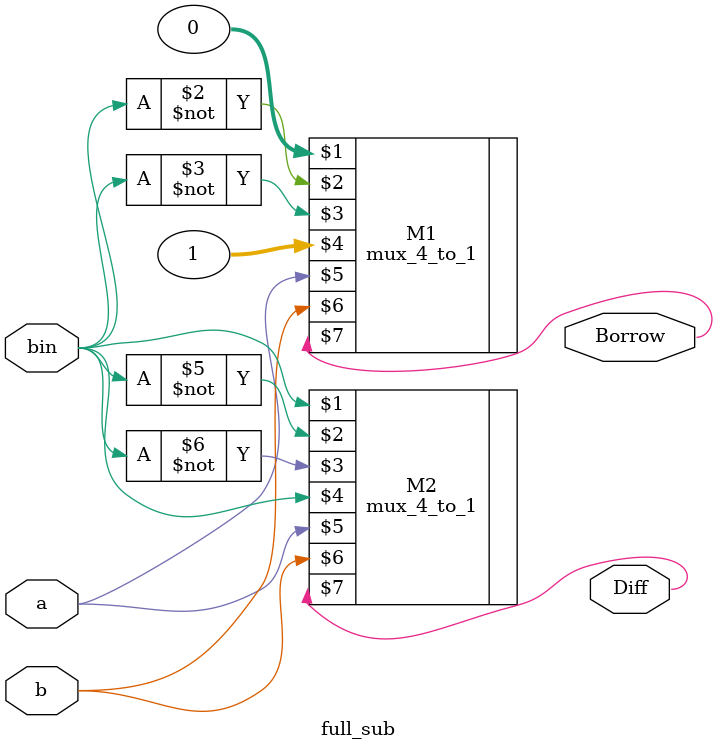
<source format=v>
module full_sub(input a,b,bin,
output Borrow,Diff);
mux_4_to_1 M1(0,(~bin),(~bin),1,a,b,Borrow);
mux_4_to_1 M2(bin,(~bin),(~bin),bin,a,b,Diff);
endmodule

</source>
